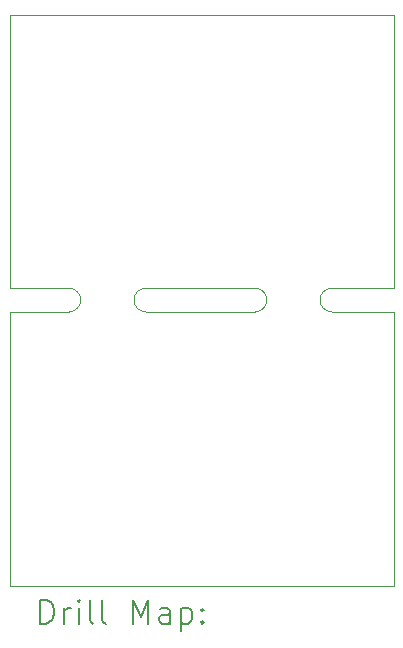
<source format=gbr>
%TF.GenerationSoftware,KiCad,Pcbnew,9.0.4*%
%TF.CreationDate,2025-12-28T16:32:31+01:00*%
%TF.ProjectId,UWU_AK_V3_Mouse,5557555f-414b-45f5-9633-5f4d6f757365,rev?*%
%TF.SameCoordinates,Original*%
%TF.FileFunction,Drillmap*%
%TF.FilePolarity,Positive*%
%FSLAX45Y45*%
G04 Gerber Fmt 4.5, Leading zero omitted, Abs format (unit mm)*
G04 Created by KiCad (PCBNEW 9.0.4) date 2025-12-28 16:32:31*
%MOMM*%
%LPD*%
G01*
G04 APERTURE LIST*
%ADD10C,0.050000*%
%ADD11C,0.200000*%
G04 APERTURE END LIST*
D10*
X13800000Y-8525000D02*
X13800000Y-6215500D01*
X13175000Y-8625000D02*
G75*
G02*
X13275000Y-8525000I100000J0D01*
G01*
X12625000Y-8725000D02*
X11700000Y-8725000D01*
X13800000Y-6215500D02*
X10550000Y-6215500D01*
X10550000Y-6215500D02*
X10550000Y-8525000D01*
X11700000Y-8725000D02*
G75*
G02*
X11600000Y-8625000I0J100000D01*
G01*
X10550000Y-11050000D02*
X13800000Y-11050000D01*
X10550000Y-8725000D02*
X10550000Y-11050000D01*
X13800000Y-8725000D02*
X13275000Y-8725000D01*
X11050000Y-8725000D02*
X10550000Y-8725000D01*
X11600000Y-8625000D02*
G75*
G02*
X11700000Y-8525000I100000J0D01*
G01*
X11150000Y-8625000D02*
G75*
G02*
X11050000Y-8725000I-100000J0D01*
G01*
X13275000Y-8525000D02*
X13800000Y-8525000D01*
X12725000Y-8625000D02*
G75*
G02*
X12625000Y-8725000I-100000J0D01*
G01*
X11050000Y-8525000D02*
G75*
G02*
X11150000Y-8625000I0J-100000D01*
G01*
X11700000Y-8525000D02*
X12625000Y-8525000D01*
X11050000Y-8525000D02*
X10550000Y-8525000D01*
X12625000Y-8525000D02*
G75*
G02*
X12725000Y-8625000I0J-100000D01*
G01*
X13800000Y-11050000D02*
X13800000Y-8725000D01*
X13275000Y-8725000D02*
G75*
G02*
X13175000Y-8625000I0J100000D01*
G01*
D11*
X10808277Y-11363984D02*
X10808277Y-11163984D01*
X10808277Y-11163984D02*
X10855896Y-11163984D01*
X10855896Y-11163984D02*
X10884467Y-11173508D01*
X10884467Y-11173508D02*
X10903515Y-11192555D01*
X10903515Y-11192555D02*
X10913039Y-11211603D01*
X10913039Y-11211603D02*
X10922563Y-11249698D01*
X10922563Y-11249698D02*
X10922563Y-11278269D01*
X10922563Y-11278269D02*
X10913039Y-11316365D01*
X10913039Y-11316365D02*
X10903515Y-11335412D01*
X10903515Y-11335412D02*
X10884467Y-11354460D01*
X10884467Y-11354460D02*
X10855896Y-11363984D01*
X10855896Y-11363984D02*
X10808277Y-11363984D01*
X11008277Y-11363984D02*
X11008277Y-11230650D01*
X11008277Y-11268746D02*
X11017801Y-11249698D01*
X11017801Y-11249698D02*
X11027324Y-11240174D01*
X11027324Y-11240174D02*
X11046372Y-11230650D01*
X11046372Y-11230650D02*
X11065420Y-11230650D01*
X11132086Y-11363984D02*
X11132086Y-11230650D01*
X11132086Y-11163984D02*
X11122563Y-11173508D01*
X11122563Y-11173508D02*
X11132086Y-11183031D01*
X11132086Y-11183031D02*
X11141610Y-11173508D01*
X11141610Y-11173508D02*
X11132086Y-11163984D01*
X11132086Y-11163984D02*
X11132086Y-11183031D01*
X11255896Y-11363984D02*
X11236848Y-11354460D01*
X11236848Y-11354460D02*
X11227324Y-11335412D01*
X11227324Y-11335412D02*
X11227324Y-11163984D01*
X11360658Y-11363984D02*
X11341610Y-11354460D01*
X11341610Y-11354460D02*
X11332086Y-11335412D01*
X11332086Y-11335412D02*
X11332086Y-11163984D01*
X11589229Y-11363984D02*
X11589229Y-11163984D01*
X11589229Y-11163984D02*
X11655896Y-11306841D01*
X11655896Y-11306841D02*
X11722562Y-11163984D01*
X11722562Y-11163984D02*
X11722562Y-11363984D01*
X11903515Y-11363984D02*
X11903515Y-11259222D01*
X11903515Y-11259222D02*
X11893991Y-11240174D01*
X11893991Y-11240174D02*
X11874943Y-11230650D01*
X11874943Y-11230650D02*
X11836848Y-11230650D01*
X11836848Y-11230650D02*
X11817801Y-11240174D01*
X11903515Y-11354460D02*
X11884467Y-11363984D01*
X11884467Y-11363984D02*
X11836848Y-11363984D01*
X11836848Y-11363984D02*
X11817801Y-11354460D01*
X11817801Y-11354460D02*
X11808277Y-11335412D01*
X11808277Y-11335412D02*
X11808277Y-11316365D01*
X11808277Y-11316365D02*
X11817801Y-11297317D01*
X11817801Y-11297317D02*
X11836848Y-11287793D01*
X11836848Y-11287793D02*
X11884467Y-11287793D01*
X11884467Y-11287793D02*
X11903515Y-11278269D01*
X11998753Y-11230650D02*
X11998753Y-11430650D01*
X11998753Y-11240174D02*
X12017801Y-11230650D01*
X12017801Y-11230650D02*
X12055896Y-11230650D01*
X12055896Y-11230650D02*
X12074943Y-11240174D01*
X12074943Y-11240174D02*
X12084467Y-11249698D01*
X12084467Y-11249698D02*
X12093991Y-11268746D01*
X12093991Y-11268746D02*
X12093991Y-11325888D01*
X12093991Y-11325888D02*
X12084467Y-11344936D01*
X12084467Y-11344936D02*
X12074943Y-11354460D01*
X12074943Y-11354460D02*
X12055896Y-11363984D01*
X12055896Y-11363984D02*
X12017801Y-11363984D01*
X12017801Y-11363984D02*
X11998753Y-11354460D01*
X12179705Y-11344936D02*
X12189229Y-11354460D01*
X12189229Y-11354460D02*
X12179705Y-11363984D01*
X12179705Y-11363984D02*
X12170182Y-11354460D01*
X12170182Y-11354460D02*
X12179705Y-11344936D01*
X12179705Y-11344936D02*
X12179705Y-11363984D01*
X12179705Y-11240174D02*
X12189229Y-11249698D01*
X12189229Y-11249698D02*
X12179705Y-11259222D01*
X12179705Y-11259222D02*
X12170182Y-11249698D01*
X12170182Y-11249698D02*
X12179705Y-11240174D01*
X12179705Y-11240174D02*
X12179705Y-11259222D01*
M02*

</source>
